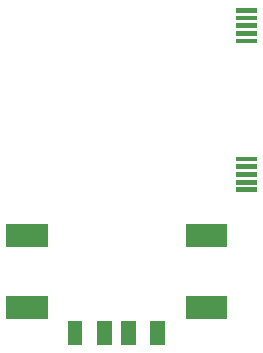
<source format=gbr>
G04 start of page 10 for group -4015 idx -4015 *
G04 Title: (unknown), toppaste *
G04 Creator: pcb 4.2.0 *
G04 CreationDate: Thu Feb 27 09:31:51 2020 UTC *
G04 For: blinken *
G04 Format: Gerber/RS-274X *
G04 PCB-Dimensions (mm): 65.00 56.00 *
G04 PCB-Coordinate-Origin: lower left *
%MOMM*%
%FSLAX43Y43*%
%LNTOPPASTE*%
%ADD60C,0.002*%
G54D60*G36*
X9200Y24950D02*X7950D01*
Y22950D01*
X9200D01*
Y24950D01*
G37*
G36*
X6700D02*X5450D01*
Y22950D01*
X6700D01*
Y24950D01*
G37*
G36*
X11200D02*X9950D01*
Y22950D01*
X11200D01*
Y24950D01*
G37*
G36*
X13700D02*X12450D01*
Y22950D01*
X13700D01*
Y24950D01*
G37*
G36*
X250Y27100D02*Y25100D01*
X3750D01*
Y27100D01*
X250D01*
G37*
G36*
Y33200D02*Y31200D01*
X3750D01*
Y33200D01*
X250D01*
G37*
G36*
X15450D02*Y31200D01*
X18950D01*
Y33200D01*
X15450D01*
G37*
G36*
Y27100D02*Y25100D01*
X18950D01*
Y27100D01*
X15450D01*
G37*
G36*
X19700Y36250D02*Y35850D01*
X21500D01*
Y36250D01*
X19700D01*
G37*
G36*
Y38850D02*Y38450D01*
X21500D01*
Y38850D01*
X19700D01*
G37*
G36*
Y36900D02*Y36500D01*
X21500D01*
Y36900D01*
X19700D01*
G37*
G36*
Y37550D02*Y37150D01*
X21500D01*
Y37550D01*
X19700D01*
G37*
G36*
Y38200D02*Y37800D01*
X21500D01*
Y38200D01*
X19700D01*
G37*
G36*
Y48850D02*Y48450D01*
X21500D01*
Y48850D01*
X19700D01*
G37*
G36*
Y51450D02*Y51050D01*
X21500D01*
Y51450D01*
X19700D01*
G37*
G36*
Y49500D02*Y49100D01*
X21500D01*
Y49500D01*
X19700D01*
G37*
G36*
Y50150D02*Y49750D01*
X21500D01*
Y50150D01*
X19700D01*
G37*
G36*
Y50800D02*Y50400D01*
X21500D01*
Y50800D01*
X19700D01*
G37*
M02*

</source>
